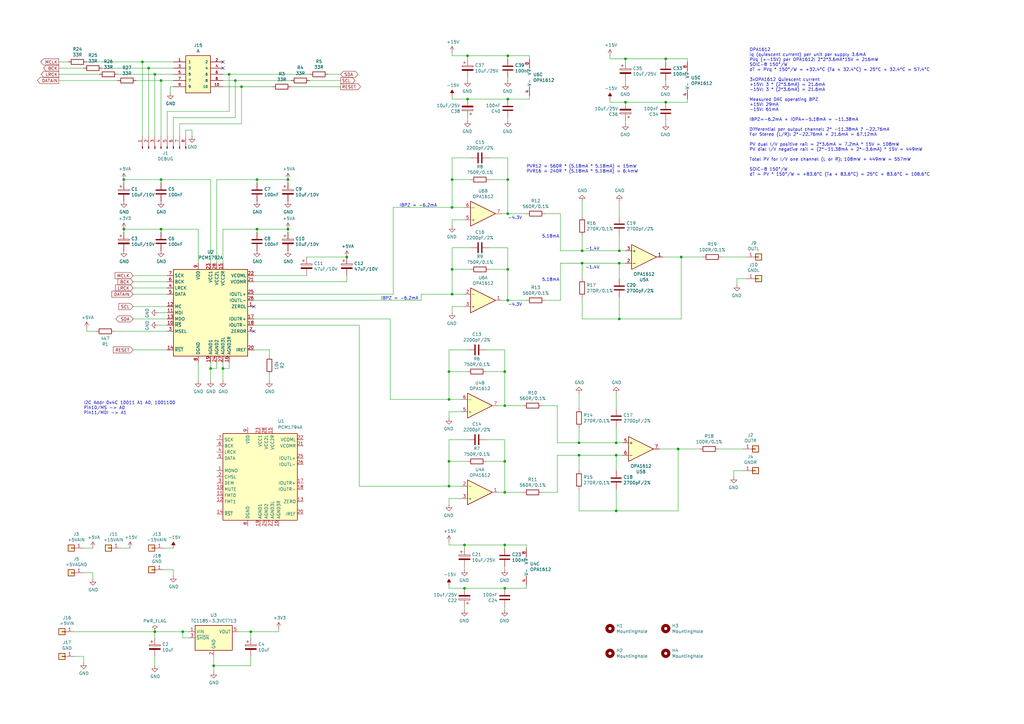
<source format=kicad_sch>
(kicad_sch (version 20231120) (generator "eeschema") (generator_version "8.0")
  (paper "A3")
  (title_block (title "DAC PCM1792A") (date "2021-06-15") (rev "V2"))
  (junction (at 96.52 33.02))
  (junction (at 273.05 24.13))
  (junction (at 60.96 27.94))
  (junction (at 238.76 107.95))
  (junction (at 256.54 41.91))
  (junction (at 185.42 85.09))
  (junction (at 191.77 22.86))
  (junction (at 184.15 199.39))
  (junction (at 66.04 73.66))
  (junction (at 207.01 152.4))
  (junction (at 63.5 259.08))
  (junction (at 252.73 209.55))
  (junction (at 273.05 41.91))
  (junction (at 191.77 40.64))
  (junction (at 190.5 223.52))
  (junction (at 208.28 123.19))
  (junction (at 190.5 241.3))
  (junction (at 207.01 241.3))
  (junction (at 66.04 93.98))
  (junction (at 208.28 110.49))
  (junction (at 184.15 163.83))
  (junction (at 50.8 93.98))
  (junction (at 50.8 73.66))
  (junction (at 74.93 259.08))
  (junction (at 207.01 201.93))
  (junction (at 254 130.81))
  (junction (at 207.01 189.23))
  (junction (at 118.11 93.98))
  (junction (at 256.54 24.13))
  (junction (at 63.5 30.48))
  (junction (at 208.28 40.64))
  (junction (at 278.13 184.15))
  (junction (at 252.73 186.69))
  (junction (at 185.42 120.65))
  (junction (at 254 107.95))
  (junction (at 279.4 105.41))
  (junction (at 185.42 73.66))
  (junction (at 86.36 151.13))
  (junction (at 58.42 25.4))
  (junction (at 184.15 152.4))
  (junction (at 208.28 87.63))
  (junction (at 66.04 33.02))
  (junction (at 237.49 181.61))
  (junction (at 185.42 110.49))
  (junction (at 142.24 105.41))
  (junction (at 237.49 186.69))
  (junction (at 93.98 30.48))
  (junction (at 184.15 189.23))
  (junction (at 87.63 273.05))
  (junction (at 207.01 223.52))
  (junction (at 91.44 151.13))
  (junction (at 208.28 73.66))
  (junction (at 208.28 22.86))
  (junction (at 252.73 181.61))
  (junction (at 99.06 35.56))
  (junction (at 118.11 73.66))
  (junction (at 105.41 93.98))
  (junction (at 105.41 73.66))
  (junction (at 102.87 259.08))
  (junction (at 238.76 102.87))
  (junction (at 254 102.87))
  (junction (at 207.01 166.37))
  (no_connect (at 91.44 27.94))
  (no_connect (at 104.14 125.73))
  (no_connect (at 104.14 135.89))
  (no_connect (at 91.44 25.4))
  (wire (pts (xy 191.77 143.51) (xy 184.15 143.51)))
  (wire (pts (xy 229.87 123.19) (xy 229.87 107.95)))
  (wire (pts (xy 74.93 261.62) (xy 74.93 259.08)))
  (wire (pts (xy 184.15 180.34) (xy 184.15 189.23)))
  (wire (pts (xy 184.15 152.4) (xy 191.77 152.4)))
  (wire (pts (xy 74.93 259.08) (xy 77.47 259.08)))
  (wire (pts (xy 229.87 107.95) (xy 238.76 107.95)))
  (wire (pts (xy 295.91 105.41) (xy 306.07 105.41)))
  (wire (pts (xy 185.42 125.73) (xy 185.42 128.27)))
  (wire (pts (xy 214.63 201.93) (xy 207.01 201.93)))
  (wire (pts (xy 228.6 181.61) (xy 237.49 181.61)))
  (wire (pts (xy 105.41 93.98) (xy 118.11 93.98)))
  (wire (pts (xy 91.44 107.95) (xy 91.44 93.98)))
  (wire (pts (xy 207.01 223.52) (xy 207.01 224.79)))
  (wire (pts (xy 238.76 121.92) (xy 238.76 130.81)))
  (wire (pts (xy 215.9 240.03) (xy 215.9 241.3)))
  (wire (pts (xy 238.76 107.95) (xy 238.76 114.3)))
  (wire (pts (xy 172.72 123.19) (xy 172.72 120.65)))
  (wire (pts (xy 184.15 189.23) (xy 184.15 199.39)))
  (wire (pts (xy 54.61 113.03) (xy 68.58 113.03)))
  (wire (pts (xy 50.8 93.98) (xy 50.8 95.25)))
  (wire (pts (xy 254 107.95) (xy 256.54 107.95)))
  (wire (pts (xy 160.02 163.83) (xy 184.15 163.83)))
  (wire (pts (xy 208.28 33.02) (xy 208.28 31.75)))
  (wire (pts (xy 294.64 184.15) (xy 304.8 184.15)))
  (wire (pts (xy 66.04 74.93) (xy 66.04 73.66)))
  (wire (pts (xy 66.04 93.98) (xy 50.8 93.98)))
  (wire (pts (xy 208.28 64.77) (xy 200.66 64.77)))
  (wire (pts (xy 48.26 30.48) (xy 63.5 30.48)))
  (wire (pts (xy 76.2 53.34) (xy 76.2 55.88)))
  (wire (pts (xy 54.61 115.57) (xy 68.58 115.57)))
  (wire (pts (xy 184.15 241.3) (xy 184.15 240.03)))
  (wire (pts (xy 208.28 73.66) (xy 208.28 87.63)))
  (wire (pts (xy 54.61 118.11) (xy 68.58 118.11)))
  (wire (pts (xy 250.19 41.91) (xy 250.19 40.64)))
  (wire (pts (xy 63.5 55.88) (xy 63.5 30.48)))
  (wire (pts (xy 207.01 143.51) (xy 199.39 143.51)))
  (wire (pts (xy 189.23 204.47) (xy 184.15 204.47)))
  (wire (pts (xy 190.5 90.17) (xy 185.42 90.17)))
  (wire (pts (xy 199.39 189.23) (xy 207.01 189.23)))
  (wire (pts (xy 104.14 130.81) (xy 160.02 130.81)))
  (wire (pts (xy 252.73 193.04) (xy 252.73 186.69)))
  (wire (pts (xy 278.13 184.15) (xy 278.13 209.55)))
  (wire (pts (xy 185.42 85.09) (xy 185.42 73.66)))
  (wire (pts (xy 190.5 250.19) (xy 190.5 248.92)))
  (wire (pts (xy 302.26 114.3) (xy 306.07 114.3)))
  (wire (pts (xy 184.15 223.52) (xy 184.15 222.25)))
  (wire (pts (xy 281.94 41.91) (xy 273.05 41.91)))
  (wire (pts (xy 238.76 102.87) (xy 238.76 96.52)))
  (wire (pts (xy 88.9 73.66) (xy 105.41 73.66)))
  (wire (pts (xy 114.3 259.08) (xy 114.3 257.81)))
  (wire (pts (xy 71.12 35.56) (xy 69.85 35.56)))
  (wire (pts (xy 71.12 236.22) (xy 71.12 233.68)))
  (wire (pts (xy 91.44 156.21) (xy 91.44 151.13)))
  (wire (pts (xy 66.04 55.88) (xy 66.04 33.02)))
  (wire (pts (xy 237.49 167.64) (xy 237.49 161.29)))
  (wire (pts (xy 91.44 30.48) (xy 93.98 30.48)))
  (wire (pts (xy 300.99 195.58) (xy 300.99 193.04)))
  (wire (pts (xy 273.05 24.13) (xy 273.05 25.4)))
  (wire (pts (xy 191.77 33.02) (xy 191.77 31.75)))
  (wire (pts (xy 54.61 143.51) (xy 68.58 143.51)))
  (wire (pts (xy 223.52 87.63) (xy 229.87 87.63)))
  (wire (pts (xy 208.28 87.63) (xy 205.74 87.63)))
  (wire (pts (xy 81.28 107.95) (xy 81.28 93.98)))
  (wire (pts (xy 214.63 166.37) (xy 207.01 166.37)))
  (wire (pts (xy 142.24 115.57) (xy 142.24 113.03)))
  (wire (pts (xy 252.73 175.26) (xy 252.73 181.61)))
  (wire (pts (xy 104.14 120.65) (xy 161.29 120.65)))
  (wire (pts (xy 190.5 223.52) (xy 190.5 224.79)))
  (wire (pts (xy 215.9 223.52) (xy 207.01 223.52)))
  (wire (pts (xy 237.49 200.66) (xy 237.49 209.55)))
  (wire (pts (xy 229.87 87.63) (xy 229.87 102.87)))
  (wire (pts (xy 185.42 101.6) (xy 185.42 110.49)))
  (wire (pts (xy 237.49 186.69) (xy 252.73 186.69)))
  (wire (pts (xy 256.54 41.91) (xy 250.19 41.91)))
  (wire (pts (xy 217.17 22.86) (xy 208.28 22.86)))
  (wire (pts (xy 60.96 27.94) (xy 71.12 27.94)))
  (wire (pts (xy 87.63 275.59) (xy 87.63 273.05)))
  (wire (pts (xy 64.77 133.35) (xy 68.58 133.35)))
  (wire (pts (xy 77.47 261.62) (xy 74.93 261.62)))
  (wire (pts (xy 207.01 201.93) (xy 204.47 201.93)))
  (wire (pts (xy 207.01 180.34) (xy 199.39 180.34)))
  (wire (pts (xy 252.73 167.64) (xy 252.73 161.29)))
  (wire (pts (xy 223.52 123.19) (xy 229.87 123.19)))
  (wire (pts (xy 34.29 271.78) (xy 34.29 269.24)))
  (wire (pts (xy 63.5 259.08) (xy 74.93 259.08)))
  (wire (pts (xy 102.87 273.05) (xy 102.87 269.24)))
  (wire (pts (xy 256.54 102.87) (xy 254 102.87)))
  (wire (pts (xy 207.01 233.68) (xy 207.01 232.41)))
  (wire (pts (xy 184.15 143.51) (xy 184.15 152.4)))
  (wire (pts (xy 58.42 55.88) (xy 58.42 25.4)))
  (wire (pts (xy 73.66 55.88) (xy 73.66 50.8)))
  (wire (pts (xy 99.06 50.8) (xy 99.06 35.56)))
  (wire (pts (xy 254 102.87) (xy 238.76 102.87)))
  (wire (pts (xy 50.8 73.66) (xy 50.8 74.93)))
  (wire (pts (xy 207.01 166.37) (xy 204.47 166.37)))
  (wire (pts (xy 193.04 64.77) (xy 185.42 64.77)))
  (wire (pts (xy 93.98 30.48) (xy 127 30.48)))
  (wire (pts (xy 139.7 33.02) (xy 127 33.02)))
  (wire (pts (xy 184.15 204.47) (xy 184.15 207.01)))
  (wire (pts (xy 184.15 199.39) (xy 147.32 199.39)))
  (wire (pts (xy 110.49 146.05) (xy 110.49 143.51)))
  (wire (pts (xy 24.13 27.94) (xy 34.29 27.94)))
  (wire (pts (xy 55.88 33.02) (xy 66.04 33.02)))
  (wire (pts (xy 222.25 166.37) (xy 228.6 166.37)))
  (wire (pts (xy 302.26 116.84) (xy 302.26 114.3)))
  (wire (pts (xy 64.77 128.27) (xy 68.58 128.27)))
  (wire (pts (xy 86.36 151.13) (xy 86.36 148.59)))
  (wire (pts (xy 41.91 27.94) (xy 60.96 27.94)))
  (wire (pts (xy 185.42 64.77) (xy 185.42 73.66)))
  (wire (pts (xy 91.44 151.13) (xy 93.98 151.13)))
  (wire (pts (xy 105.41 73.66) (xy 118.11 73.66)))
  (wire (pts (xy 193.04 101.6) (xy 185.42 101.6)))
  (wire (pts (xy 208.28 110.49) (xy 208.28 123.19)))
  (wire (pts (xy 191.77 22.86) (xy 185.42 22.86)))
  (wire (pts (xy 66.04 73.66) (xy 86.36 73.66)))
  (wire (pts (xy 189.23 168.91) (xy 184.15 168.91)))
  (wire (pts (xy 215.9 241.3) (xy 207.01 241.3)))
  (wire (pts (xy 215.9 224.79) (xy 215.9 223.52)))
  (wire (pts (xy 279.4 105.41) (xy 288.29 105.41)))
  (wire (pts (xy 271.78 105.41) (xy 279.4 105.41)))
  (wire (pts (xy 254 96.52) (xy 254 102.87)))
  (wire (pts (xy 200.66 73.66) (xy 208.28 73.66)))
  (wire (pts (xy 71.12 48.26) (xy 96.52 48.26)))
  (wire (pts (xy 279.4 105.41) (xy 279.4 130.81)))
  (wire (pts (xy 238.76 88.9) (xy 238.76 82.55)))
  (wire (pts (xy 118.11 93.98) (xy 118.11 95.25)))
  (wire (pts (xy 91.44 151.13) (xy 91.44 148.59)))
  (wire (pts (xy 71.12 48.26) (xy 71.12 55.88)))
  (wire (pts (xy 191.77 180.34) (xy 184.15 180.34)))
  (wire (pts (xy 185.42 73.66) (xy 193.04 73.66)))
  (wire (pts (xy 300.99 193.04) (xy 304.8 193.04)))
  (wire (pts (xy 273.05 50.8) (xy 273.05 49.53)))
  (wire (pts (xy 229.87 102.87) (xy 238.76 102.87)))
  (wire (pts (xy 39.37 135.89) (xy 35.56 135.89)))
  (wire (pts (xy 208.28 73.66) (xy 208.28 64.77)))
  (wire (pts (xy 81.28 93.98) (xy 66.04 93.98)))
  (wire (pts (xy 185.42 22.86) (xy 185.42 21.59)))
  (wire (pts (xy 38.1 237.49) (xy 38.1 234.95)))
  (wire (pts (xy 208.28 40.64) (xy 191.77 40.64)))
  (wire (pts (xy 185.42 110.49) (xy 185.42 120.65)))
  (wire (pts (xy 252.73 181.61) (xy 237.49 181.61)))
  (wire (pts (xy 91.44 93.98) (xy 105.41 93.98)))
  (wire (pts (xy 217.17 40.64) (xy 208.28 40.64)))
  (wire (pts (xy 193.04 110.49) (xy 185.42 110.49)))
  (wire (pts (xy 207.01 189.23) (xy 207.01 180.34)))
  (wire (pts (xy 190.5 241.3) (xy 184.15 241.3)))
  (wire (pts (xy 281.94 24.13) (xy 273.05 24.13)))
  (wire (pts (xy 185.42 90.17) (xy 185.42 92.71)))
  (wire (pts (xy 237.49 209.55) (xy 252.73 209.55)))
  (wire (pts (xy 38.1 224.79) (xy 34.29 224.79)))
  (wire (pts (xy 60.96 55.88) (xy 60.96 27.94)))
  (wire (pts (xy 66.04 33.02) (xy 71.12 33.02)))
  (wire (pts (xy 199.39 152.4) (xy 207.01 152.4)))
  (wire (pts (xy 86.36 151.13) (xy 88.9 151.13)))
  (wire (pts (xy 105.41 73.66) (xy 105.41 74.93)))
  (wire (pts (xy 184.15 168.91) (xy 184.15 171.45)))
  (wire (pts (xy 185.42 120.65) (xy 190.5 120.65)))
  (wire (pts (xy 35.56 25.4) (xy 58.42 25.4)))
  (wire (pts (xy 207.01 189.23) (xy 207.01 201.93)))
  (wire (pts (xy 139.7 35.56) (xy 119.38 35.56)))
  (wire (pts (xy 104.14 115.57) (xy 142.24 115.57)))
  (wire (pts (xy 68.58 130.81) (xy 54.61 130.81)))
  (wire (pts (xy 66.04 95.25) (xy 66.04 93.98)))
  (wire (pts (xy 190.5 125.73) (xy 185.42 125.73)))
  (wire (pts (xy 99.06 35.56) (xy 111.76 35.56)))
  (wire (pts (xy 237.49 186.69) (xy 237.49 193.04)))
  (wire (pts (xy 190.5 223.52) (xy 184.15 223.52)))
  (wire (pts (xy 63.5 261.62) (xy 63.5 259.08)))
  (wire (pts (xy 190.5 233.68) (xy 190.5 232.41)))
  (wire (pts (xy 191.77 49.53) (xy 191.77 48.26)))
  (wire (pts (xy 71.12 233.68) (xy 67.31 233.68)))
  (wire (pts (xy 34.29 269.24) (xy 30.48 269.24)))
  (wire (pts (xy 190.5 85.09) (xy 185.42 85.09)))
  (wire (pts (xy 217.17 39.37) (xy 217.17 40.64)))
  (wire (pts (xy 118.11 73.66) (xy 118.11 74.93)))
  (wire (pts (xy 207.01 250.19) (xy 207.01 248.92)))
  (wire (pts (xy 104.14 123.19) (xy 172.72 123.19)))
  (wire (pts (xy 24.13 33.02) (xy 48.26 33.02)))
  (wire (pts (xy 91.44 33.02) (xy 96.52 33.02)))
  (wire (pts (xy 91.44 35.56) (xy 99.06 35.56)))
  (wire (pts (xy 191.77 22.86) (xy 191.77 24.13)))
  (wire (pts (xy 270.51 184.15) (xy 278.13 184.15)))
  (wire (pts (xy 81.28 156.21) (xy 81.28 148.59)))
  (wire (pts (xy 278.13 209.55) (xy 252.73 209.55)))
  (wire (pts (xy 63.5 30.48) (xy 71.12 30.48)))
  (wire (pts (xy 279.4 130.81) (xy 254 130.81)))
  (wire (pts (xy 278.13 184.15) (xy 287.02 184.15)))
  (wire (pts (xy 256.54 24.13) (xy 250.19 24.13)))
  (wire (pts (xy 68.58 45.72) (xy 68.58 55.88)))
  (wire (pts (xy 78.74 53.34) (xy 76.2 53.34)))
  (wire (pts (xy 184.15 163.83) (xy 184.15 152.4)))
  (wire (pts (xy 228.6 201.93) (xy 228.6 186.69)))
  (wire (pts (xy 86.36 156.21) (xy 86.36 151.13)))
  (wire (pts (xy 172.72 120.65) (xy 185.42 120.65)))
  (wire (pts (xy 256.54 34.29) (xy 256.54 33.02)))
  (wire (pts (xy 215.9 123.19) (xy 208.28 123.19)))
  (wire (pts (xy 273.05 34.29) (xy 273.05 33.02)))
  (wire (pts (xy 207.01 152.4) (xy 207.01 143.51)))
  (wire (pts (xy 27.94 25.4) (xy 24.13 25.4)))
  (wire (pts (xy 208.28 123.19) (xy 205.74 123.19)))
  (wire (pts (xy 147.32 133.35) (xy 104.14 133.35)))
  (wire (pts (xy 208.28 49.53) (xy 208.28 48.26)))
  (wire (pts (xy 256.54 50.8) (xy 256.54 49.53)))
  (wire (pts (xy 63.5 273.05) (xy 63.5 269.24)))
  (wire (pts (xy 254 130.81) (xy 254 121.92)))
  (wire (pts (xy 54.61 125.73) (xy 68.58 125.73)))
  (wire (pts (xy 93.98 151.13) (xy 93.98 148.59)))
  (wire (pts (xy 237.49 181.61) (xy 237.49 175.26)))
  (wire (pts (xy 273.05 41.91) (xy 256.54 41.91)))
  (wire (pts (xy 73.66 50.8) (xy 99.06 50.8)))
  (wire (pts (xy 160.02 130.81) (xy 160.02 163.83)))
  (wire (pts (xy 110.49 156.21) (xy 110.49 153.67)))
  (wire (pts (xy 68.58 45.72) (xy 93.98 45.72)))
  (wire (pts (xy 255.27 181.61) (xy 252.73 181.61)))
  (wire (pts (xy 69.85 35.56) (xy 69.85 38.1)))
  (wire (pts (xy 281.94 25.4) (xy 281.94 24.13)))
  (wire (pts (xy 215.9 87.63) (xy 208.28 87.63)))
  (wire (pts (xy 88.9 151.13) (xy 88.9 148.59)))
  (wire (pts (xy 78.74 55.88) (xy 78.74 53.34)))
  (wire (pts (xy 71.12 224.79) (xy 67.31 224.79)))
  (wire (pts (xy 207.01 241.3) (xy 190.5 241.3)))
  (wire (pts (xy 102.87 261.62) (xy 102.87 259.08)))
  (wire (pts (xy 252.73 209.55) (xy 252.73 200.66)))
  (wire (pts (xy 88.9 107.95) (xy 88.9 73.66)))
  (wire (pts (xy 97.79 259.08) (xy 102.87 259.08)))
  (wire (pts (xy 87.63 273.05) (xy 102.87 273.05)))
  (wire (pts (xy 87.63 273.05) (xy 87.63 269.24)))
  (wire (pts (xy 191.77 40.64) (xy 185.42 40.64)))
  (wire (pts (xy 217.17 24.13) (xy 217.17 22.86)))
  (wire (pts (xy 208.28 110.49) (xy 208.28 101.6)))
  (wire (pts (xy 54.61 120.65) (xy 68.58 120.65)))
  (wire (pts (xy 24.13 30.48) (xy 40.64 30.48)))
  (wire (pts (xy 102.87 259.08) (xy 114.3 259.08)))
  (wire (pts (xy 208.28 22.86) (xy 208.28 24.13)))
  (wire (pts (xy 273.05 24.13) (xy 256.54 24.13)))
  (wire (pts (xy 238.76 107.95) (xy 254 107.95)))
  (wire (pts (xy 96.52 33.02) (xy 119.38 33.02)))
  (wire (pts (xy 66.04 73.66) (xy 50.8 73.66)))
  (wire (pts (xy 105.41 93.98) (xy 105.41 95.25)))
  (wire (pts (xy 189.23 163.83) (xy 184.15 163.83)))
  (wire (pts (xy 207.01 152.4) (xy 207.01 166.37)))
  (wire (pts (xy 58.42 25.4) (xy 71.12 25.4)))
  (wire (pts (xy 139.7 30.48) (xy 134.62 30.48)))
  (wire (pts (xy 252.73 186.69) (xy 255.27 186.69)))
  (wire (pts (xy 35.56 135.89) (xy 35.56 134.62)))
  (wire (pts (xy 46.99 135.89) (xy 68.58 135.89)))
  (wire (pts (xy 222.25 201.93) (xy 228.6 201.93)))
  (wire (pts (xy 200.66 110.49) (xy 208.28 110.49)))
  (wire (pts (xy 228.6 166.37) (xy 228.6 181.61)))
  (wire (pts (xy 254 88.9) (xy 254 82.55)))
  (wire (pts (xy 30.48 259.08) (xy 63.5 259.08)))
  (wire (pts (xy 256.54 24.13) (xy 256.54 25.4)))
  (wire (pts (xy 96.52 48.26) (xy 96.52 33.02)))
  (wire (pts (xy 191.77 189.23) (xy 184.15 189.23)))
  (wire (pts (xy 161.29 85.09) (xy 185.42 85.09)))
  (wire (pts (xy 161.29 120.65) (xy 161.29 85.09)))
  (wire (pts (xy 185.42 40.64) (xy 185.42 39.37)))
  (wire (pts (xy 125.73 105.41) (xy 142.24 105.41)))
  (wire (pts (xy 147.32 199.39) (xy 147.32 133.35)))
  (wire (pts (xy 250.19 24.13) (xy 250.19 22.86)))
  (wire (pts (xy 184.15 199.39) (xy 189.23 199.39)))
  (wire (pts (xy 207.01 223.52) (xy 190.5 223.52)))
  (wire (pts (xy 208.28 22.86) (xy 191.77 22.86)))
  (wire (pts (xy 208.28 101.6) (xy 200.66 101.6)))
  (wire (pts (xy 38.1 234.95) (xy 34.29 234.95)))
  (wire (pts (xy 93.98 45.72) (xy 93.98 30.48)))
  (wire (pts (xy 125.73 113.03) (xy 104.14 113.03)))
  (wire (pts (xy 254 114.3) (xy 254 107.95)))
  (wire (pts (xy 238.76 130.81) (xy 254 130.81)))
  (wire (pts (xy 281.94 40.64) (xy 281.94 41.91)))
  (wire (pts (xy 53.34 224.79) (xy 49.53 224.79)))
  (wire (pts (xy 86.36 107.95) (xy 86.36 73.66)))
  (wire (pts (xy 228.6 186.69) (xy 237.49 186.69)))
  (wire (pts (xy 110.49 143.51) (xy 104.14 143.51)))
  (text "IBPZ = -6.2mA" (at 163.83 85.09 0) (effects (font (size 1.27 1.27)) (justify left bottom)))
  (text "-1.4V" (at 240.03 110.49 0) (effects (font (size 1.27 1.27)) (justify left bottom)))
  (text "PVR12 = 560R * (5.18mA * 5.18mA) = 15mW\nPVR16 = 240R * (5.18mA * 5.18mA) = 6.4mW\n" (at 215.9 71.12 0) (effects (font (size 1.27 1.27)) (justify left bottom)))
  (text "-4.3V" (at 208.28 125.73 0) (effects (font (size 1.27 1.27)) (justify left bottom)))
  (text "I2C Addr 0x4C 10011 A1 A0, 1001100\nPin10/MS -> A0\nPin11/MDI -> A1" (at 34.29 170.18 0) (effects (font (size 1.27 1.27)) (justify left bottom)))
  (text "OPA1612\nIq (quiescent current) per unit per supply 3.6mA\nPVq (+-15V) per OPA1612: 2*2*3.6mA*15V = 216mW\nSOIC-8 150°/W\ndT = PVq * 150°/W = +32.4°C (Ta + 32.4°C) = 25°C + 32.4°C = 57.4°C\n\n3xOPA1612 Quiescent current\n+15V: 3 * (2*3.6mA) = 21.6mA\n-15V: 3 * (2*3.6mA) = 21.6mA\n\nMeasured DAC operating BPZ\n+15V: 29mA\n-15V: 61mA\n\nIBPZ=-6.2mA + IOPA=-5.18mA = -11.38mA\n\nDifferential per output channel: 2* -11.38mA ? -22.76mA\nFor Stereo (L/R): 2*-22.76mA + 21.6mA = 67.12mA\n\nPV dual I/V positive rail = 2*3.6mA = 7.2mA * 15V = 108mW\nPV dial I/V negative rail = (2*-11.38mA + 2*-3.6mA) * 15V = 449mW\n\nTotal PV for I/V one channel (L or R): 108mW + 449mW = 557mW\n\nSOIC-8 150°/W\ndT = PV * 150°/W = +83.6°C (Ta + 83.6°C) = 25°C + 83.6°C = 108.6°C" (at 307.34 72.39 0) (effects (font (size 1.27 1.27)) (justify left bottom)))
  (text "5.18mA" (at 222.25 97.79 0) (effects (font (size 1.27 1.27)) (justify left bottom)))
  (text "5.18mA" (at 222.25 115.57 0) (effects (font (size 1.27 1.27)) (justify left bottom)))
  (text "-1.4V" (at 240.03 102.87 0) (effects (font (size 1.27 1.27)) (justify left bottom)))
  (text "IBPZ = -6.2mA" (at 156.21 123.19 0) (effects (font (size 1.27 1.27)) (justify left bottom)))
  (text "-4.3V" (at 208.28 90.17 0) (effects (font (size 1.27 1.27)) (justify left bottom)))
  (global_label "DATAIN" (shape output) (at 24.13 33.02 180) (property "Intersheetrefs" "${INTERSHEET_REFS}" (effects (hide yes))))
  (global_label "SDA" (shape bidirectional) (at 139.7 30.48 0) (property "Intersheetrefs" "${INTERSHEET_REFS}" (effects (hide yes))))
  (global_label "SCL" (shape output) (at 139.7 33.02 0) (property "Intersheetrefs" "${INTERSHEET_REFS}" (effects (hide yes))))
  (global_label "DATAIN" (shape input) (at 54.61 120.65 180) (property "Intersheetrefs" "${INTERSHEET_REFS}" (effects (hide yes))))
  (global_label "LRCK" (shape input) (at 54.61 118.11 180) (property "Intersheetrefs" "${INTERSHEET_REFS}" (effects (hide yes))))
  (global_label "SDA" (shape bidirectional) (at 54.61 130.81 180) (property "Intersheetrefs" "${INTERSHEET_REFS}" (effects (hide yes))))
  (global_label "RESET" (shape output) (at 139.7 35.56 0) (property "Intersheetrefs" "${INTERSHEET_REFS}" (effects (hide yes))))
  (global_label "BCK" (shape input) (at 54.61 115.57 180) (property "Intersheetrefs" "${INTERSHEET_REFS}" (effects (hide yes))))
  (global_label "SCL" (shape input) (at 54.61 125.73 180) (property "Intersheetrefs" "${INTERSHEET_REFS}" (effects (hide yes))))
  (global_label "BCK" (shape output) (at 24.13 27.94 180) (property "Intersheetrefs" "${INTERSHEET_REFS}" (effects (hide yes))))
  (global_label "MCLK" (shape output) (at 24.13 25.4 180) (property "Intersheetrefs" "${INTERSHEET_REFS}" (effects (hide yes))))
  (global_label "RESET" (shape input) (at 54.61 143.51 180) (property "Intersheetrefs" "${INTERSHEET_REFS}" (effects (hide yes))))
  (global_label "MCLK" (shape input) (at 54.61 113.03 180) (property "Intersheetrefs" "${INTERSHEET_REFS}" (effects (hide yes))))
  (global_label "LRCK" (shape output) (at 24.13 30.48 180) (property "Intersheetrefs" "${INTERSHEET_REFS}" (effects (hide yes))))
  (symbol (lib_id "Mechanical:MountingHole") (at 250.19 257.81 0) (unit 1)
    (property "Reference" "H1" (at 252.73 256.6416 0) (effects (justify left)))
    (property "Value" "MountingHole" (at 252.73 258.953 0) (effects (justify left)))
    (property "Footprint" "MountingHole:MountingHole_3.2mm_M3" (effects (hide yes)))
  )
  (symbol (lib_id "Mechanical:MountingHole") (at 273.05 257.81 0) (unit 1)
    (property "Reference" "H3" (at 275.59 256.6416 0) (effects (justify left)))
    (property "Value" "MountingHole" (at 275.59 258.953 0) (effects (justify left)))
    (property "Footprint" "MountingHole:MountingHole_3.2mm_M3" (effects (hide yes)))
  )
  (symbol (lib_id "Mechanical:MountingHole") (at 250.19 267.97 0) (unit 1)
    (property "Reference" "H2" (at 252.73 266.8016 0) (effects (justify left)))
    (property "Value" "MountingHole" (at 252.73 269.113 0) (effects (justify left)))
    (property "Footprint" "MountingHole:MountingHole_3.2mm_M3" (effects (hide yes)))
  )
  (symbol (lib_id "Mechanical:MountingHole") (at 273.05 267.97 0) (unit 1)
    (property "Reference" "H4" (at 275.59 266.8016 0) (effects (justify left)))
    (property "Value" "MountingHole" (at 275.59 269.113 0) (effects (justify left)))
    (property "Footprint" "MountingHole:MountingHole_3.2mm_M3" (effects (hide yes)))
  )
  (symbol (lib_id "dac-pcm1794a-rescue:PWR_FLAG-power") (at 63.5 259.08 0) (unit 1)
    (property "Reference" "#FLG0102" (effects (hide yes)))
    (property "Value" "PWR_FLAG" (at 63.5 254.6858 0))
  )
  (symbol (lib_id "Regulator_Linear:TC1017-xCT") (at 87.63 261.62 0) (unit 1)
    (property "Reference" "U3" (at 87.63 252.2982 0))
    (property "Value" "TC1185-3.3VCT713" (at 87.63 254.6096 0))
    (property "Footprint" "Package_TO_SOT_SMD:SOT-23-5" (effects (hide yes)))
    (property "Datasheet" "http://ww1.microchip.com/downloads/en/DeviceDoc/21813F.pdf" (effects (hide yes)))
  )
  (symbol (lib_id "dac-pcm1794a-rescue:CP-Device") (at 63.5 265.43 0) (unit 1)
    (property "Reference" "C2" (at 66.4972 264.2616 0) (effects (justify left)))
    (property "Value" "10uF" (at 66.4972 266.573 0) (effects (justify left)))
    (property "Footprint" "Capacitor_SMD:C_0805_2012Metric_Pad1.18x1.45mm_HandSolder" (effects (hide yes)))
  )
  (symbol (lib_id "dac-pcm1794a-rescue:CP-Device") (at 102.87 265.43 0) (unit 1)
    (property "Reference" "C4" (at 105.8672 264.2616 0) (effects (justify left)))
    (property "Value" "10uF" (at 105.8672 266.573 0) (effects (justify left)))
    (property "Footprint" "Capacitor_SMD:C_0805_2012Metric_Pad1.18x1.45mm_HandSolder" (effects (hide yes)))
  )
  (symbol (lib_id "dac-pcm1794a-rescue:GND-power") (at 87.63 275.59 0) (unit 1)
    (property "Reference" "#PWR0102" (effects (hide yes)))
    (property "Value" "GND" (at 87.757 279.9842 0))
  )
  (symbol (lib_id "dac-pcm1794a-rescue:CP-Device") (at 256.54 29.21 0) (unit 1)
    (property "Reference" "C35" (at 259.5372 28.0416 0) (effects (justify left)))
    (property "Value" "10uF/25V" (at 259.5372 30.353 0) (effects (justify left)))
    (property "Footprint" "Capacitor_Tantalum_SMD:CP_EIA-3528-21_Kemet-B_Pad1.50x2.35mm_HandSolder" (effects (hide yes)))
    (property "Datasheet" "https://www.digikey.ch/product-detail/de/TCJB106M025R0100/478-8057-1-ND/3900673" (effects (hide yes)))
  )
  (symbol (lib_id "dac-pcm1794a-rescue:CP-Device") (at 256.54 45.72 180) (unit 1)
    (property "Reference" "C36" (at 253.5428 46.8884 0) (effects (justify left)))
    (property "Value" "10uF/25V" (at 253.5428 44.577 0) (effects (justify left)))
    (property "Footprint" "Capacitor_Tantalum_SMD:CP_EIA-3528-21_Kemet-B_Pad1.50x2.35mm_HandSolder" (effects (hide yes)))
  )
  (symbol (lib_id "Device:C") (at 273.05 29.21 0) (unit 1)
    (property "Reference" "C33" (at 275.971 28.0416 0) (effects (justify left)))
    (property "Value" "100nF" (at 275.971 30.353 0) (effects (justify left)))
    (property "Footprint" "Capacitor_SMD:C_0603_1608Metric_Pad1.08x0.95mm_HandSolder" (effects (hide yes)))
  )
  (symbol (lib_id "Device:C") (at 273.05 45.72 180) (unit 1)
    (property "Reference" "C34" (at 270.129 46.8884 0) (effects (justify left)))
    (property "Value" "100nF" (at 270.129 44.577 0) (effects (justify left)))
    (property "Footprint" "Capacitor_SMD:C_0603_1608Metric_Pad1.08x0.95mm_HandSolder" (effects (hide yes)))
  )
  (symbol (lib_id "Amplifier_Operational:OPA1678") (at 284.48 33.02 0) (unit 3)
    (property "Reference" "U5" (at 283.4132 31.8516 0) (effects (justify left)))
    (property "Value" "OPA1612" (at 283.4132 34.163 0) (effects (justify left)))
    (property "Footprint" "Package_SO:SOIC-8_3.9x4.9mm_P1.27mm" (effects (hide yes)))
    (property "Datasheet" "http://www.ti.com/lit/ds/symlink/opa1678.pdf" (effects (hide yes)))
  )
  (symbol (lib_id "dac-pcm1794a-rescue:+3.3V-power") (at 114.3 257.81 0) (unit 1)
    (property "Reference" "#PWR0105" (effects (hide yes)))
    (property "Value" "+3V3" (at 114.681 253.4158 0))
  )
  (symbol (lib_id "dac-pcm1794a-rescue:GND-power") (at 63.5 273.05 0) (unit 1)
    (property "Reference" "#PWR0101" (effects (hide yes)))
    (property "Value" "GND" (at 63.627 277.4442 0))
  )
  (symbol (lib_id "Connector_Generic:Conn_01x01") (at 29.21 224.79 180) (unit 1)
    (property "Reference" "J3" (at 31.2928 219.075 0))
    (property "Value" "+5VAIN" (at 31.2928 221.3864 0))
    (property "Footprint" "Connector_Pin:Pin_D1.0mm_L10.0mm" (effects (hide yes)))
  )
  (symbol (lib_id "dac-pcm1794a-rescue:+5VA-power") (at 38.1 224.79 0) (unit 1)
    (property "Reference" "#PWR0137" (effects (hide yes)))
    (property "Value" "+5VA" (at 38.481 220.3958 0))
  )
  (symbol (lib_id "Connector_Generic:Conn_01x01") (at 44.45 224.79 180) (unit 1)
    (property "Reference" "J11" (at 46.5328 219.075 0))
    (property "Value" "+15VAIN" (at 46.5328 221.3864 0))
    (property "Footprint" "Connector_Pin:Pin_D1.0mm_L10.0mm" (effects (hide yes)))
  )
  (symbol (lib_id "Connector_Generic:Conn_01x01") (at 62.23 224.79 180) (unit 1)
    (property "Reference" "J13" (at 64.3128 219.075 0))
    (property "Value" "-15VAIN" (at 64.3128 221.3864 0))
    (property "Footprint" "Connector_Pin:Pin_D1.0mm_L10.0mm" (effects (hide yes)))
  )
  (symbol (lib_id "Connector_Generic:Conn_01x01") (at 62.23 233.68 180) (unit 1)
    (property "Reference" "J18" (at 64.3128 227.965 0))
    (property "Value" "GND" (at 64.3128 230.2764 0))
    (property "Footprint" "Connector_Pin:Pin_D1.0mm_L10.0mm" (effects (hide yes)))
  )
  (symbol (lib_id "dac-pcm1794a-rescue:GND-power") (at 71.12 236.22 0) (unit 1)
    (property "Reference" "#PWR0139" (effects (hide yes)))
    (property "Value" "GND" (at 71.247 240.6142 0))
  )
  (symbol (lib_id "dac-pcm1794a-rescue:+15V-power") (at 53.34 224.79 0) (unit 1)
    (property "Reference" "#PWR0140" (effects (hide yes)))
    (property "Value" "+15V" (at 53.721 220.3958 0))
  )
  (symbol (lib_id "dac-pcm1794a-rescue:-15V-power") (at 71.12 224.79 0) (unit 1)
    (property "Reference" "#PWR0141" (effects (hide yes)))
    (property "Value" "-15V" (at 71.501 220.3958 0))
  )
  (symbol (lib_id "Connector_Generic:Conn_01x01") (at 311.15 105.41 0) (mirror x) (unit 1)
    (property "Reference" "J9" (at 309.0672 99.695 0))
    (property "Value" "OUTL" (at 309.0672 102.0064 0))
    (property "Footprint" "Connector_Pin:Pin_D1.0mm_L10.0mm" (effects (hide yes)))
  )
  (symbol (lib_id "Connector_Generic:Conn_01x01") (at 311.15 114.3 0) (mirror x) (unit 1)
    (property "Reference" "J10" (at 309.0672 108.585 0))
    (property "Value" "GNDL" (at 309.0672 110.8964 0))
    (property "Footprint" "Connector_Pin:Pin_D1.0mm_L10.0mm" (effects (hide yes)))
  )
  (symbol (lib_id "dac-pcm1794a-rescue:GND-power") (at 302.26 116.84 0) (mirror y) (unit 1)
    (property "Reference" "#PWR0143" (effects (hide yes)))
    (property "Value" "GND" (at 302.133 121.2342 0))
  )
  (symbol (lib_id "Audio:PCM1792A") (at 86.36 128.27 0) (unit 1)
    (property "Reference" "U2" (at 86.36 103.3526 0))
    (property "Value" "PCM1792A" (at 86.36 105.664 0))
    (property "Footprint" "Package_SO:SSOP-28_5.3x10.2mm_P0.65mm" (effects (hide yes)))
    (property "Datasheet" "http://www.ti.com/lit/ds/symlink/pcm1792a.pdf" (effects (hide yes)))
  )
  (symbol (lib_id "dac-pcm1794a-rescue:Conn_01x08_Male-Connector") (at 66.04 60.96 90) (unit 1)
    (property "Reference" "J1" (at 67.8688 62.8142 90))
    (property "Value" "DEBUG" (at 67.8688 65.1256 90))
    (property "Footprint" "Connector_PinHeader_2.54mm:PinHeader_1x08_P2.54mm_Vertical" (effects (hide yes)))
  )
  (symbol (lib_id "dac-pcm1794a-rescue:GND-power") (at 78.74 55.88 0) (unit 1)
    (property "Reference" "#PWR010" (effects (hide yes)))
    (property "Value" "GND" (at 78.867 60.2742 0))
  )
  (symbol (lib_id "Device:C") (at 66.04 99.06 0) (unit 1)
    (property "Reference" "C6" (at 68.961 97.8916 0) (effects (justify left)))
    (property "Value" "100nF" (at 68.961 100.203 0) (effects (justify left)))
    (property "Footprint" "Capacitor_SMD:C_0603_1608Metric_Pad1.08x0.95mm_HandSolder" (effects (hide yes)))
  )
  (symbol (lib_id "dac-pcm1794a-rescue:CP-Device") (at 50.8 99.06 0) (unit 1)
    (property "Reference" "C3" (at 53.7972 97.8916 0) (effects (justify left)))
    (property "Value" "10uF/10V" (at 53.7972 100.203 0) (effects (justify left)))
    (property "Footprint" "Capacitor_Tantalum_SMD:CP_EIA-3216-18_Kemet-A_Pad1.58x1.35mm_HandSolder" (effects (hide yes)))
    (property "Datasheet" "https://www.digikey.ch/product-detail/de/TCJB106M025R0100/478-8057-1-ND/3900673" (effects (hide yes)))
  )
  (symbol (lib_id "dac-pcm1794a-rescue:GND-power") (at 50.8 102.87 0) (unit 1)
    (property "Reference" "#PWR05" (effects (hide yes)))
    (property "Value" "GND" (at 50.927 107.2642 0))
  )
  (symbol (lib_id "dac-pcm1794a-rescue:GND-power") (at 66.04 102.87 0) (unit 1)
    (property "Reference" "#PWR09" (effects (hide yes)))
    (property "Value" "GND" (at 66.167 107.2642 0))
  )
  (symbol (lib_id "dac-pcm1794a-rescue:+3.3V-power") (at 50.8 93.98 0) (unit 1)
    (property "Reference" "#PWR04" (effects (hide yes)))
    (property "Value" "+3V3" (at 51.181 89.5858 0))
  )
  (symbol (lib_id "Device:C") (at 66.04 78.74 0) (unit 1)
    (property "Reference" "C5" (at 68.961 77.5716 0) (effects (justify left)))
    (property "Value" "100nF" (at 68.961 79.883 0) (effects (justify left)))
    (property "Footprint" "Capacitor_SMD:C_0603_1608Metric_Pad1.08x0.95mm_HandSolder" (effects (hide yes)))
  )
  (symbol (lib_id "dac-pcm1794a-rescue:CP-Device") (at 50.8 78.74 0) (unit 1)
    (property "Reference" "C1" (at 53.7972 77.5716 0) (effects (justify left)))
    (property "Value" "10uF/10V" (at 53.7972 79.883 0) (effects (justify left)))
    (property "Footprint" "Capacitor_Tantalum_SMD:CP_EIA-3216-18_Kemet-A_Pad1.58x1.35mm_HandSolder" (effects (hide yes)))
    (property "Datasheet" "https://www.digikey.ch/product-detail/de/TCJB106M025R0100/478-8057-1-ND/3900673" (effects (hide yes)))
  )
  (symbol (lib_id "dac-pcm1794a-rescue:GND-power") (at 50.8 82.55 0) (unit 1)
    (property "Reference" "#PWR03" (effects (hide yes)))
    (property "Value" "GND" (at 50.927 86.9442 0))
  )
  (symbol (lib_id "dac-pcm1794a-rescue:GND-power") (at 66.04 82.55 0) (unit 1)
    (property "Reference" "#PWR08" (effects (hide yes)))
    (property "Value" "GND" (at 66.167 86.9442 0))
  )
  (symbol (lib_id "dac-pcm1794a-rescue:GND-power") (at 273.05 50.8 0) (mirror y) (unit 1)
    (property "Reference" "#PWR0162" (effects (hide yes)))
    (property "Value" "GND" (at 272.923 55.1942 0))
  )
  (symbol (lib_id "dac-pcm1794a-rescue:GND-power") (at 273.05 34.29 0) (mirror y) (unit 1)
    (property "Reference" "#PWR0163" (effects (hide yes)))
    (property "Value" "GND" (at 272.923 38.6842 0))
  )
  (symbol (lib_id "dac-pcm1794a-rescue:+5VA-power") (at 50.8 73.66 0) (unit 1)
    (property "Reference" "#PWR02" (effects (hide yes)))
    (property "Value" "+5VA" (at 51.181 69.2658 0))
  )
  (symbol (lib_id "Device:R") (at 115.57 35.56 270) (unit 1)
    (property "Reference" "R3" (at 115.57 30.3022 90))
    (property "Value" "33R" (at 115.57 32.6136 90))
    (property "Footprint" "Resistor_SMD:R_0603_1608Metric_Pad0.98x0.95mm_HandSolder" (effects (hide yes)))
  )
  (symbol (lib_id "Device:R") (at 123.19 33.02 270) (unit 1)
    (property "Reference" "R4" (at 123.19 27.7622 90))
    (property "Value" "33R" (at 123.19 30.0736 90))
    (property "Footprint" "Resistor_SMD:R_0603_1608Metric_Pad0.98x0.95mm_HandSolder" (effects (hide yes)))
  )
  (symbol (lib_id "Device:R") (at 130.81 30.48 270) (unit 1)
    (property "Reference" "R5" (at 130.81 25.2222 90))
    (property "Value" "33R" (at 130.81 27.5336 90))
    (property "Footprint" "Resistor_SMD:R_0603_1608Metric_Pad0.98x0.95mm_HandSolder" (effects (hide yes)))
  )
  (symbol (lib_id "Device:C") (at 105.41 99.06 0) (unit 1)
    (property "Reference" "C8" (at 108.331 97.8916 0) (effects (justify left)))
    (property "Value" "100nF" (at 108.331 100.203 0) (effects (justify left)))
    (property "Footprint" "Capacitor_SMD:C_0603_1608Metric_Pad1.08x0.95mm_HandSolder" (effects (hide yes)))
  )
  (symbol (lib_id "dac-pcm1794a-rescue:GND-power") (at 105.41 102.87 0) (unit 1)
    (property "Reference" "#PWR015" (effects (hide yes)))
    (property "Value" "GND" (at 105.537 107.2642 0))
  )
  (symbol (lib_id "dac-pcm1794a-rescue:CP-Device") (at 118.11 99.06 0) (unit 1)
    (property "Reference" "C10" (at 121.1072 97.8916 0) (effects (justify left)))
    (property "Value" "10uF/10V" (at 121.1072 100.203 0) (effects (justify left)))
    (property "Footprint" "Capacitor_Tantalum_SMD:CP_EIA-3216-18_Kemet-A_Pad1.58x1.35mm_HandSolder" (effects (hide yes)))
    (property "Datasheet" "https://www.digikey.ch/product-detail/de/TCJB106M025R0100/478-8057-1-ND/3900673" (effects (hide yes)))
  )
  (symbol (lib_id "dac-pcm1794a-rescue:GND-power") (at 118.11 102.87 0) (unit 1)
    (property "Reference" "#PWR020" (effects (hide yes)))
    (property "Value" "GND" (at 118.237 107.2642 0))
  )
  (symbol (lib_id "dac-pcm1794a-rescue:GND-power") (at 256.54 50.8 0) (mirror y) (unit 1)
    (property "Reference" "#PWR0164" (effects (hide yes)))
    (property "Value" "GND" (at 256.413 55.1942 0))
  )
  (symbol (lib_id "dac-pcm1794a-rescue:GND-power") (at 256.54 34.29 0) (mirror y) (unit 1)
    (property "Reference" "#PWR0166" (effects (hide yes)))
    (property "Value" "GND" (at 256.413 38.6842 0))
  )
  (symbol (lib_id "dac-pcm1794a-rescue:+5VA-power") (at 118.11 93.98 0) (unit 1)
    (property "Reference" "#PWR019" (effects (hide yes)))
    (property "Value" "+5VA" (at 118.491 89.5858 0))
  )
  (symbol (lib_id "Device:C") (at 105.41 78.74 0) (unit 1)
    (property "Reference" "C7" (at 108.331 77.5716 0) (effects (justify left)))
    (property "Value" "100nF" (at 108.331 79.883 0) (effects (justify left)))
    (property "Footprint" "Capacitor_SMD:C_0603_1608Metric_Pad1.08x0.95mm_HandSolder" (effects (hide yes)))
  )
  (symbol (lib_id "dac-pcm1794a-rescue:GND-power") (at 105.41 82.55 0) (unit 1)
    (property "Reference" "#PWR014" (effects (hide yes)))
    (property "Value" "GND" (at 105.537 86.9442 0))
  )
  (symbol (lib_id "dac-pcm1794a-rescue:CP-Device") (at 118.11 78.74 0) (unit 1)
    (property "Reference" "C9" (at 121.1072 77.5716 0) (effects (justify left)))
    (property "Value" "10uF/10V" (at 121.1072 79.883 0) (effects (justify left)))
    (property "Footprint" "Capacitor_Tantalum_SMD:CP_EIA-3216-18_Kemet-A_Pad1.58x1.35mm_HandSolder" (effects (hide yes)))
    (property "Datasheet" "https://www.digikey.ch/product-detail/de/TCJB106M025R0100/478-8057-1-ND/3900673" (effects (hide yes)))
  )
  (symbol (lib_id "dac-pcm1794a-rescue:GND-power") (at 118.11 82.55 0) (unit 1)
    (property "Reference" "#PWR018" (effects (hide yes)))
    (property "Value" "GND" (at 118.237 86.9442 0))
  )
  (symbol (lib_id "dac-pcm1794a-rescue:+5VA-power") (at 118.11 73.66 0) (unit 1)
    (property "Reference" "#PWR017" (effects (hide yes)))
    (property "Value" "+5VA" (at 118.491 69.2658 0))
  )
  (symbol (lib_id "dac-pcm1794a-rescue:CP-Device") (at 125.73 109.22 0) (unit 1)
    (property "Reference" "C11" (at 128.7272 108.0516 0) (effects (justify left)))
    (property "Value" "47uF/10V" (at 128.7272 110.363 0) (effects (justify left)))
    (property "Footprint" "Capacitor_Tantalum_SMD:CP_EIA-3528-12_Kemet-T_Pad1.50x2.35mm_HandSolder" (effects (hide yes)))
    (property "Datasheet" "https://www.digikey.ch/product-detail/de/TCJB106M025R0100/478-8057-1-ND/3900673" (effects (hide yes)))
  )
  (symbol (lib_id "dac-pcm1794a-rescue:CP-Device") (at 142.24 109.22 0) (unit 1)
    (property "Reference" "C12" (at 145.2372 108.0516 0) (effects (justify left)))
    (property "Value" "47uF/10V" (at 145.2372 110.363 0) (effects (justify left)))
    (property "Footprint" "Capacitor_Tantalum_SMD:CP_EIA-3528-12_Kemet-T_Pad1.50x2.35mm_HandSolder" (effects (hide yes)))
    (property "Datasheet" "https://www.digikey.ch/product-detail/de/TCJB106M025R0100/478-8057-1-ND/3900673" (effects (hide yes)))
  )
  (symbol (lib_id "dac-pcm1794a-rescue:+15V-power") (at 250.19 22.86 0) (unit 1)
    (property "Reference" "#PWR0167" (effects (hide yes)))
    (property "Value" "+15V" (at 250.571 18.4658 0))
  )
  (symbol (lib_id "dac-pcm1794a-rescue:-15V-power") (at 250.19 40.64 0) (unit 1)
    (property "Reference" "#PWR0168" (effects (hide yes)))
    (property "Value" "-15V" (at 250.571 36.2458 0))
  )
  (symbol (lib_id "dac-pcm1794a-rescue:+5VA-power") (at 142.24 105.41 0) (unit 1)
    (property "Reference" "#PWR021" (effects (hide yes)))
    (property "Value" "+5VA" (at 142.621 101.0158 0))
  )
  (symbol (lib_id "Device:R") (at 110.49 149.86 180) (unit 1)
    (property "Reference" "R2" (at 115.7478 149.86 90))
    (property "Value" "10k" (at 113.4364 149.86 90))
    (property "Footprint" "Resistor_SMD:R_0603_1608Metric_Pad0.98x0.95mm_HandSolder" (effects (hide yes)))
  )
  (symbol (lib_id "dac-pcm1794a-rescue:GND-power") (at 110.49 156.21 0) (unit 1)
    (property "Reference" "#PWR016" (effects (hide yes)))
    (property "Value" "GND" (at 110.617 160.6042 0))
  )
  (symbol (lib_id "dac-pcm1794a-rescue:GND-power") (at 81.28 156.21 0) (unit 1)
    (property "Reference" "#PWR011" (effects (hide yes)))
    (property "Value" "GND" (at 81.407 160.6042 0))
  )
  (symbol (lib_id "dac-pcm1794a-rescue:GND-power") (at 64.77 128.27 270) (unit 1)
    (property "Reference" "#PWR06" (effects (hide yes)))
    (property "Value" "GND" (at 60.3758 128.397 0))
  )
  (symbol (lib_id "dac-pcm1794a-rescue:GND-power") (at 64.77 133.35 270) (unit 1)
    (property "Reference" "#PWR07" (effects (hide yes)))
    (property "Value" "GND" (at 60.3758 133.477 0))
  )
  (symbol (lib_id "dac-pcm1794a-rescue:GND-power") (at 86.36 156.21 0) (unit 1)
    (property "Reference" "#PWR012" (effects (hide yes)))
    (property "Value" "GND" (at 86.487 160.6042 0))
  )
  (symbol (lib_id "dac-pcm1794a-rescue:GND-power") (at 91.44 156.21 0) (unit 1)
    (property "Reference" "#PWR013" (effects (hide yes)))
    (property "Value" "GND" (at 91.567 160.6042 0))
  )
  (symbol (lib_id "Device:R") (at 43.18 135.89 90) (unit 1)
    (property "Reference" "R1" (at 43.18 141.1478 90))
    (property "Value" "4k7" (at 43.18 138.8364 90))
    (property "Footprint" "Resistor_SMD:R_0603_1608Metric_Pad0.98x0.95mm_HandSolder" (effects (hide yes)))
  )
  (symbol (lib_id "dac-pcm1794a-rescue:+5VA-power") (at 35.56 134.62 0) (unit 1)
    (property "Reference" "#PWR01" (effects (hide yes)))
    (property "Value" "+5VA" (at 35.941 130.2258 0))
  )
  (symbol (lib_id "Device:R") (at 196.85 73.66 270) (unit 1)
    (property "Reference" "R8" (at 196.85 68.4022 90))
    (property "Value" "750R/0.1%" (at 196.85 70.7136 90))
    (property "Footprint" "Resistor_SMD:R_0603_1608Metric_Pad0.98x0.95mm_HandSolder" (effects (hide yes)))
  )
  (symbol (lib_id "Device:R") (at 196.85 110.49 270) (unit 1)
    (property "Reference" "R9" (at 196.85 105.2322 90))
    (property "Value" "750R/0.1%" (at 196.85 107.5436 90))
    (property "Footprint" "Resistor_SMD:R_0603_1608Metric_Pad0.98x0.95mm_HandSolder" (effects (hide yes)))
  )
  (symbol (lib_id "Device:C") (at 196.85 101.6 270) (unit 1)
    (property "Reference" "C16" (at 196.85 95.1992 90))
    (property "Value" "2200pF/2%" (at 196.85 97.5106 90))
    (property "Footprint" "Capacitor_SMD:C_0805_2012Metric_Pad1.18x1.45mm_HandSolder" (effects (hide yes)))
  )
  (symbol (lib_id "Device:C") (at 196.85 64.77 270) (unit 1)
    (property "Reference" "C15" (at 196.85 58.3692 90))
    (property "Value" "2200pF/2%" (at 196.85 60.6806 90))
    (property "Footprint" "Capacitor_SMD:C_0805_2012Metric_Pad1.18x1.45mm_HandSolder" (effects (hide yes)))
  )
  (symbol (lib_id "dac-pcm1794a-rescue:GND-power") (at 185.42 92.71 0) (mirror y) (unit 1)
    (property "Reference" "#PWR024" (effects (hide yes)))
    (property "Value" "GND" (at 185.293 97.1042 0))
  )
  (symbol (lib_id "dac-pcm1794a-rescue:GND-power") (at 185.42 128.27 0) (mirror y) (unit 1)
    (property "Reference" "#PWR025" (effects (hide yes)))
    (property "Value" "GND" (at 185.293 132.6642 0))
  )
  (symbol (lib_id "Amplifier_Operational:OPA1678") (at 264.16 105.41 0) (unit 1)
    (property "Reference" "U5" (at 264.16 114.7318 0))
    (property "Value" "OPA1612" (at 264.16 112.4204 0))
    (property "Footprint" "Package_SO:SOIC-8_3.9x4.9mm_P1.27mm" (effects (hide yes)))
    (property "Datasheet" "https://www.digikey.ch/product-detail/de/texas-instruments/OPA1612AIDR/296-39098-1-ND/5143116" (effects (hide yes)))
  )
  (symbol (lib_id "Device:R") (at 219.71 87.63 270) (unit 1)
    (property "Reference" "R12" (at 219.71 82.3722 90))
    (property "Value" "560R/0.1%" (at 219.71 84.6836 90))
    (property "Footprint" "Resistor_SMD:R_0603_1608Metric_Pad0.98x0.95mm_HandSolder" (effects (hide yes)))
  )
  (symbol (lib_id "Device:R") (at 238.76 92.71 0) (unit 1)
    (property "Reference" "R16" (at 240.538 91.5416 0) (effects (justify left)))
    (property "Value" "270R/0.1%" (at 240.538 93.853 0) (effects (justify left)))
    (property "Footprint" "Resistor_SMD:R_0603_1608Metric_Pad0.98x0.95mm_HandSolder" (effects (hide yes)))
  )
  (symbol (lib_id "Device:C") (at 254 92.71 0) (unit 1)
    (property "Reference" "C19" (at 256.921 91.5416 0) (effects (justify left)))
    (property "Value" "2700pF/2%" (at 256.921 93.853 0) (effects (justify left)))
    (property "Footprint" "Capacitor_SMD:C_0805_2012Metric_Pad1.18x1.45mm_HandSolder" (effects (hide yes)))
  )
  (symbol (lib_id "Device:R") (at 292.1 105.41 270) (unit 1)
    (property "Reference" "R19" (at 292.1 100.1522 90))
    (property "Value" "100R/0.1%" (at 292.1 102.4636 90))
    (property "Footprint" "Resistor_SMD:R_0603_1608Metric_Pad0.98x0.95mm_HandSolder" (effects (hide yes)))
  )
  (symbol (lib_id "Device:R") (at 219.71 123.19 270) (unit 1)
    (property "Reference" "R13" (at 219.71 117.9322 90))
    (property "Value" "560R/0.1%" (at 219.71 120.2436 90))
    (property "Footprint" "Resistor_SMD:R_0603_1608Metric_Pad0.98x0.95mm_HandSolder" (effects (hide yes)))
  )
  (symbol (lib_id "Device:R") (at 238.76 118.11 0) (unit 1)
    (property "Reference" "R17" (at 240.538 116.9416 0) (effects (justify left)))
    (property "Value" "270R/0.1%" (at 240.538 119.253 0) (effects (justify left)))
    (property "Footprint" "Resistor_SMD:R_0603_1608Metric_Pad0.98x0.95mm_HandSolder" (effects (hide yes)))
  )
  (symbol (lib_id "Device:C") (at 254 118.11 0) (unit 1)
    (property "Reference" "C20" (at 256.921 116.9416 0) (effects (justify left)))
    (property "Value" "2700pF/2%" (at 256.921 119.253 0) (effects (justify left)))
    (property "Footprint" "Capacitor_SMD:C_0805_2012Metric_Pad1.18x1.45mm_HandSolder" (effects (hide yes)))
  )
  (symbol (lib_id "dac-pcm1794a-rescue:GND-power") (at 254 82.55 0) (mirror x) (unit 1)
    (property "Reference" "#PWR029" (effects (hide yes)))
    (property "Value" "GND" (at 254.127 78.1558 0))
  )
  (symbol (lib_id "dac-pcm1794a-rescue:GND-power") (at 238.76 82.55 0) (mirror x) (unit 1)
    (property "Reference" "#PWR027" (effects (hide yes)))
    (property "Value" "GND" (at 238.887 78.1558 0))
  )
  (symbol (lib_id "Connector_Generic:Conn_01x01") (at 309.88 193.04 0) (mirror x) (unit 1)
    (property "Reference" "J4" (at 307.7972 187.325 0))
    (property "Value" "GNDR" (at 307.7972 189.6364 0))
    (property "Footprint" "Connector_Pin:Pin_D1.0mm_L10.0mm" (effects (hide yes)))
  )
  (symbol (lib_id "dac-pcm1794a-rescue:GND-power") (at 300.99 195.58 0) (mirror y) (unit 1)
    (property "Reference" "#PWR030" (effects (hide yes)))
    (property "Value" "GND" (at 300.863 199.9742 0))
  )
  (symbol (lib_id "Connector_Generic:Conn_01x01") (at 309.88 184.15 0) (mirror x) (unit 1)
    (property "Reference" "J2" (at 307.7972 178.435 0))
    (property "Value" "OUTR" (at 307.7972 180.7464 0))
    (property "Footprint" "Connector_Pin:Pin_D1.0mm_L10.0mm" (effects (hide yes)))
  )
  (symbol (lib_id "Amplifier_Operational:OPA1678") (at 196.85 201.93 0) (mirror x) (unit 1)
    (property "Reference" "U4" (at 196.85 192.6082 0))
    (property "Value" "OPA1612" (at 196.85 194.9196 0))
    (property "Footprint" "Package_SO:SOIC-8_3.9x4.9mm_P1.27mm" (effects (hide yes)))
    (property "Datasheet" "https://www.digikey.ch/product-detail/de/texas-instruments/OPA1612AIDR/296-39098-1-ND/5143116" (effects (hide yes)))
  )
  (symbol (lib_id "Amplifier_Operational:OPA1678") (at 196.85 166.37 0) (mirror x) (unit 2)
    (property "Reference" "U4" (at 196.85 157.0482 0))
    (property "Value" "OPA1612" (at 196.85 159.3596 0))
    (property "Footprint" "Package_SO:SOIC-8_3.9x4.9mm_P1.27mm" (effects (hide yes)))
    (property "Datasheet" "https://www.digikey.ch/product-detail/de/texas-instruments/OPA1612AIDR/296-39098-1-ND/5143116" (effects (hide yes)))
  )
  (symbol (lib_id "Device:R") (at 195.58 152.4 270) (unit 1)
    (property "Reference" "R6" (at 195.58 147.1422 90))
    (property "Value" "750R/0.1%" (at 195.58 149.4536 90))
    (property "Footprint" "Resistor_SMD:R_0603_1608Metric_Pad0.98x0.95mm_HandSolder" (effects (hide yes)))
  )
  (symbol (lib_id "Device:R") (at 195.58 189.23 270) (unit 1)
    (property "Reference" "R7" (at 195.58 183.9722 90))
    (property "Value" "750R/0.1%" (at 195.58 186.2836 90))
    (property "Footprint" "Resistor_SMD:R_0603_1608Metric_Pad0.98x0.95mm_HandSolder" (effects (hide yes)))
  )
  (symbol (lib_id "Device:C") (at 195.58 180.34 270) (unit 1)
    (property "Reference" "C14" (at 195.58 173.9392 90))
    (property "Value" "2200pF/2%" (at 195.58 176.2506 90))
    (property "Footprint" "Capacitor_SMD:C_0805_2012Metric_Pad1.18x1.45mm_HandSolder" (effects (hide yes)))
  )
  (symbol (lib_id "Device:C") (at 195.58 143.51 270) (unit 1)
    (property "Reference" "C13" (at 195.58 137.1092 90))
    (property "Value" "2200pF/2%" (at 195.58 139.4206 90))
    (property "Footprint" "Capacitor_SMD:C_0805_2012Metric_Pad1.18x1.45mm_HandSolder" (effects (hide yes)))
  )
  (symbol (lib_id "dac-pcm1794a-rescue:GND-power") (at 184.15 171.45 0) (mirror y) (unit 1)
    (property "Reference" "#PWR022" (effects (hide yes)))
    (property "Value" "GND" (at 184.023 175.8442 0))
  )
  (symbol (lib_id "dac-pcm1794a-rescue:GND-power") (at 184.15 207.01 0) (mirror y) (unit 1)
    (property "Reference" "#PWR023" (effects (hide yes)))
    (property "Value" "GND" (at 184.023 211.4042 0))
  )
  (symbol (lib_id "Amplifier_Operational:OPA1678") (at 262.89 184.15 0) (unit 2)
    (property "Reference" "U5" (at 262.89 193.4718 0))
    (property "Value" "OPA1612" (at 262.89 191.1604 0))
    (property "Footprint" "Package_SO:SOIC-8_3.9x4.9mm_P1.27mm" (effects (hide yes)))
    (property "Datasheet" "https://www.digikey.ch/product-detail/de/texas-instruments/OPA1612AIDR/296-39098-1-ND/5143116" (effects (hide yes)))
  )
  (symbol (lib_id "Device:R") (at 218.44 166.37 270) (unit 1)
    (property "Reference" "R10" (at 218.44 161.1122 90))
    (property "Value" "560R/0.1%" (at 218.44 163.4236 90))
    (property "Footprint" "Resistor_SMD:R_0603_1608Metric_Pad0.98x0.95mm_HandSolder" (effects (hide yes)))
  )
  (symbol (lib_id "Device:R") (at 237.49 171.45 0) (unit 1)
    (property "Reference" "R14" (at 239.268 170.2816 0) (effects (justify left)))
    (property "Value" "270R/0.1%" (at 239.268 172.593 0) (effects (justify left)))
    (property "Footprint" "Resistor_SMD:R_0603_1608Metric_Pad0.98x0.95mm_HandSolder" (effects (hide yes)))
  )
  (symbol (lib_id "Device:C") (at 252.73 171.45 0) (unit 1)
    (property "Reference" "C17" (at 255.651 170.2816 0) (effects (justify left)))
    (property "Value" "2700pF/2%" (at 255.651 172.593 0) (effects (justify left)))
    (property "Footprint" "Capacitor_SMD:C_0805_2012Metric_Pad1.18x1.45mm_HandSolder" (effects (hide yes)))
  )
  (symbol (lib_id "Device:R") (at 290.83 184.15 270) (unit 1)
    (property "Reference" "R18" (at 290.83 178.8922 90))
    (property "Value" "100R/0.1%" (at 290.83 181.2036 90))
    (property "Footprint" "Resistor_SMD:R_0603_1608Metric_Pad0.98x0.95mm_HandSolder" (effects (hide yes)))
  )
  (symbol (lib_id "Device:R") (at 218.44 201.93 270) (unit 1)
    (property "Reference" "R11" (at 218.44 196.6722 90))
    (property "Value" "560R/0.1%" (at 218.44 198.9836 90))
    (property "Footprint" "Resistor_SMD:R_0603_1608Metric_Pad0.98x0.95mm_HandSolder" (effects (hide yes)))
  )
  (symbol (lib_id "Device:R") (at 237.49 196.85 0) (unit 1)
    (property "Reference" "R15" (at 239.268 195.6816 0) (effects (justify left)))
    (property "Value" "270R/0.1%" (at 239.268 197.993 0) (effects (justify left)))
    (property "Footprint" "Resistor_SMD:R_0603_1608Metric_Pad0.98x0.95mm_HandSolder" (effects (hide yes)))
  )
  (symbol (lib_id "Device:C") (at 252.73 196.85 0) (unit 1)
    (property "Reference" "C18" (at 255.651 195.6816 0) (effects (justify left)))
    (property "Value" "2700pF/2%" (at 255.651 197.993 0) (effects (justify left)))
    (property "Footprint" "Capacitor_SMD:C_0805_2012Metric_Pad1.18x1.45mm_HandSolder" (effects (hide yes)))
  )
  (symbol (lib_id "dac-pcm1794a-rescue:GND-power") (at 252.73 161.29 0) (mirror x) (unit 1)
    (property "Reference" "#PWR028" (effects (hide yes)))
    (property "Value" "GND" (at 252.857 156.8958 0))
  )
  (symbol (lib_id "dac-pcm1794a-rescue:GND-power") (at 237.49 161.29 0) (mirror x) (unit 1)
    (property "Reference" "#PWR026" (effects (hide yes)))
    (property "Value" "GND" (at 237.617 156.8958 0))
  )
  (symbol (lib_id "Amplifier_Operational:OPA1678") (at 218.44 232.41 0) (unit 3)
    (property "Reference" "U4" (at 217.3732 231.2416 0) (effects (justify left)))
    (property "Value" "OPA1612" (at 217.3732 233.553 0) (effects (justify left)))
    (property "Footprint" "Package_SO:SOIC-8_3.9x4.9mm_P1.27mm" (effects (hide yes)))
    (property "Datasheet" "http://www.ti.com/lit/ds/symlink/opa1678.pdf" (effects (hide yes)))
  )
  (symbol (lib_id "dac-pcm1794a-rescue:CP-Device") (at 190.5 228.6 0) (unit 1)
    (property "Reference" "C21" (at 193.4972 227.4316 0) (effects (justify left)))
    (property "Value" "10uF/25V" (at 193.4972 229.743 0) (effects (justify left)))
    (property "Footprint" "Capacitor_Tantalum_SMD:CP_EIA-3528-21_Kemet-B_Pad1.50x2.35mm_HandSolder" (effects (hide yes)))
    (property "Datasheet" "https://www.digikey.ch/product-detail/de/TCJB106M025R0100/478-8057-1-ND/3900673" (effects (hide yes)))
  )
  (symbol (lib_id "dac-pcm1794a-rescue:CP-Device") (at 190.5 245.11 180) (unit 1)
    (property "Reference" "C22" (at 187.5028 246.2784 0) (effects (justify left)))
    (property "Value" "10uF/25V" (at 187.5028 243.967 0) (effects (justify left)))
    (property "Footprint" "Capacitor_Tantalum_SMD:CP_EIA-3528-21_Kemet-B_Pad1.50x2.35mm_HandSolder" (effects (hide yes)))
  )
  (symbol (lib_id "Device:C") (at 207.01 228.6 0) (unit 1)
    (property "Reference" "C23" (at 209.931 227.4316 0) (effects (justify left)))
    (property "Value" "100nF" (at 209.931 229.743 0) (effects (justify left)))
    (property "Footprint" "Capacitor_SMD:C_0603_1608Metric_Pad1.08x0.95mm_HandSolder" (effects (hide yes)))
  )
  (symbol (lib_id "Device:C") (at 207.01 245.11 180) (unit 1)
    (property "Reference" "C24" (at 204.089 246.2784 0) (effects (justify left)))
    (property "Value" "100nF" (at 204.089 243.967 0) (effects (justify left)))
    (property "Footprint" "Capacitor_SMD:C_0603_1608Metric_Pad1.08x0.95mm_HandSolder" (effects (hide yes)))
  )
  (symbol (lib_id "dac-pcm1794a-rescue:GND-power") (at 207.01 250.19 0) (mirror y) (unit 1)
    (property "Reference" "#PWR036" (effects (hide yes)))
    (property "Value" "GND" (at 206.883 254.5842 0))
  )
  (symbol (lib_id "dac-pcm1794a-rescue:GND-power") (at 207.01 233.68 0) (mirror y) (unit 1)
    (property "Reference" "#PWR035" (effects (hide yes)))
    (property "Value" "GND" (at 206.883 238.0742 0))
  )
  (symbol (lib_id "dac-pcm1794a-rescue:GND-power") (at 190.5 250.19 0) (mirror y) (unit 1)
    (property "Reference" "#PWR034" (effects (hide yes)))
    (property "Value" "GND" (at 190.373 254.5842 0))
  )
  (symbol (lib_id "dac-pcm1794a-rescue:GND-power") (at 190.5 233.68 0) (mirror y) (unit 1)
    (property "Reference" "#PWR033" (effects (hide yes)))
    (property "Value" "GND" (at 190.373 238.0742 0))
  )
  (symbol (lib_id "dac-pcm1794a-rescue:+15V-power") (at 184.15 222.25 0) (unit 1)
    (property "Reference" "#PWR031" (effects (hide yes)))
    (property "Value" "+15V" (at 184.531 217.8558 0))
  )
  (symbol (lib_id "dac-pcm1794a-rescue:-15V-power") (at 184.15 240.03 0) (unit 1)
    (property "Reference" "#PWR032" (effects (hide yes)))
    (property "Value" "-15V" (at 184.531 235.6358 0))
  )
  (symbol (lib_id "Amplifier_Operational:OPA1678") (at 198.12 123.19 0) (mirror x) (unit 1)
    (property "Reference" "U6" (at 198.12 113.8682 0))
    (property "Value" "OPA1612" (at 198.12 116.1796 0))
    (property "Footprint" "Package_SO:SOIC-8_3.9x4.9mm_P1.27mm" (effects (hide yes)))
    (property "Datasheet" "https://www.digikey.ch/product-detail/de/texas-instruments/OPA1612AIDR/296-39098-1-ND/5143116" (effects (hide yes)))
  )
  (symbol (lib_id "Amplifier_Operational:OPA1678") (at 219.71 31.75 0) (unit 3)
    (property "Reference" "U6" (at 218.6432 30.5816 0) (effects (justify left)))
    (property "Value" "OPA1612" (at 218.6432 32.893 0) (effects (justify left)))
    (property "Footprint" "Package_SO:SOIC-8_3.9x4.9mm_P1.27mm" (effects (hide yes)))
    (property "Datasheet" "http://www.ti.com/lit/ds/symlink/opa1678.pdf" (effects (hide yes)))
  )
  (symbol (lib_id "Amplifier_Operational:OPA1678") (at 198.12 87.63 0) (mirror x) (unit 2)
    (property "Reference" "U6" (at 198.12 78.3082 0))
    (property "Value" "OPA1612" (at 198.12 80.6196 0))
    (property "Footprint" "Package_SO:SOIC-8_3.9x4.9mm_P1.27mm" (effects (hide yes)))
    (property "Datasheet" "https://www.digikey.ch/product-detail/de/texas-instruments/OPA1612AIDR/296-39098-1-ND/5143116" (effects (hide yes)))
  )
  (symbol (lib_id "dac-pcm1794a-rescue:CP-Device") (at 191.77 27.94 0) (unit 1)
    (property "Reference" "C37" (at 194.7672 26.7716 0) (effects (justify left)))
    (property "Value" "10uF/25V" (at 194.7672 29.083 0) (effects (justify left)))
    (property "Footprint" "Capacitor_Tantalum_SMD:CP_EIA-3528-21_Kemet-B_Pad1.50x2.35mm_HandSolder" (effects (hide yes)))
    (property "Datasheet" "https://www.digikey.ch/product-detail/de/TCJB106M025R0100/478-8057-1-ND/3900673" (effects (hide yes)))
  )
  (symbol (lib_id "dac-pcm1794a-rescue:CP-Device") (at 191.77 44.45 180) (unit 1)
    (property "Reference" "C38" (at 188.7728 45.6184 0) (effects (justify left)))
    (property "Value" "10uF/25V" (at 188.7728 43.307 0) (effects (justify left)))
    (property "Footprint" "Capacitor_Tantalum_SMD:CP_EIA-3528-21_Kemet-B_Pad1.50x2.35mm_HandSolder" (effects (hide yes)))
  )
  (symbol (lib_id "Device:C") (at 208.28 27.94 0) (unit 1)
    (property "Reference" "C39" (at 211.201 26.7716 0) (effects (justify left)))
    (property "Value" "100nF" (at 211.201 29.083 0) (effects (justify left)))
    (property "Footprint" "Capacitor_SMD:C_0603_1608Metric_Pad1.08x0.95mm_HandSolder" (effects (hide yes)))
  )
  (symbol (lib_id "Device:C") (at 208.28 44.45 180) (unit 1)
    (property "Reference" "C40" (at 205.359 45.6184 0) (effects (justify left)))
    (property "Value" "100nF" (at 205.359 43.307 0) (effects (justify left)))
    (property "Footprint" "Capacitor_SMD:C_0603_1608Metric_Pad1.08x0.95mm_HandSolder" (effects (hide yes)))
  )
  (symbol (lib_id "dac-pcm1794a-rescue:GND-power") (at 208.28 49.53 0) (mirror y) (unit 1)
    (property "Reference" "#PWR0178" (effects (hide yes)))
    (property "Value" "GND" (at 208.153 53.9242 0))
  )
  (symbol (lib_id "dac-pcm1794a-rescue:GND-power") (at 208.28 33.02 0) (mirror y) (unit 1)
    (property "Reference" "#PWR0179" (effects (hide yes)))
    (property "Value" "GND" (at 208.153 37.4142 0))
  )
  (symbol (lib_id "dac-pcm1794a-rescue:GND-power") (at 191.77 49.53 0) (mirror y) (unit 1)
    (property "Reference" "#PWR0180" (effects (hide yes)))
    (property "Value" "GND" (at 191.643 53.9242 0))
  )
  (symbol (lib_id "dac-pcm1794a-rescue:GND-power") (at 191.77 33.02 0) (mirror y) (unit 1)
    (property "Reference" "#PWR0181" (effects (hide yes)))
    (property "Value" "GND" (at 191.643 37.4142 0))
  )
  (symbol (lib_id "dac-pcm1794a-rescue:+15V-power") (at 185.42 21.59 0) (unit 1)
    (property "Reference" "#PWR0182" (effects (hide yes)))
    (property "Value" "+15V" (at 185.801 17.1958 0))
  )
  (symbol (lib_id "dac-pcm1794a-rescue:-15V-power") (at 185.42 39.37 0) (unit 1)
    (property "Reference" "#PWR0183" (effects (hide yes)))
    (property "Value" "-15V" (at 185.801 34.9758 0))
  )
  (symbol (lib_id "Connector_Generic:Conn_01x01") (at 29.21 234.95 180) (unit 1)
    (property "Reference" "J5" (at 31.2928 229.235 0))
    (property "Value" "+5VAGND" (at 31.2928 231.5464 0))
    (property "Footprint" "Connector_Pin:Pin_D1.0mm_L10.0mm" (effects (hide yes)))
  )
  (symbol (lib_id "dac-pcm1794a-rescue:GND-power") (at 38.1 237.49 0) (unit 1)
    (property "Reference" "#PWR0103" (effects (hide yes)))
    (property "Value" "GND" (at 38.227 241.8842 0))
  )
  (symbol (lib_id "dac-pcm1794a-rescue:TE_CONN_RCPT_10POS_0.1_TIN_PCB-kicad-snk") (at 81.28 30.48 0) (unit 1)
    (property "Reference" "J15" (at 81.28 18.6182 0))
    (property "Value" "A" (at 81.28 20.9296 0))
    (property "Footprint" "kicad-snk:TE_CONN_RCPT_10POS_0.1_TIN_PCB" (effects (hide yes)))
    (property "EU_RoHS_Compliance" "Compliant" (effects (hide yes)))
    (property "Comment" "1-338068-0" (effects (hide yes)))
  )
  (symbol (lib_id "dac-pcm1794a-rescue:GND-power") (at 69.85 38.1 0) (unit 1)
    (property "Reference" "#PWR0150" (effects (hide yes)))
    (property "Value" "GND" (at 69.977 42.4942 0))
  )
  (symbol (lib_id "Device:R") (at 31.75 25.4 270) (unit 1)
    (property "Reference" "R24" (at 31.75 20.1422 90))
    (property "Value" "33R" (at 31.75 22.4536 90))
    (property "Footprint" "Resistor_SMD:R_0603_1608Metric_Pad0.98x0.95mm_HandSolder" (effects (hide yes)))
  )
  (symbol (lib_id "Device:R") (at 38.1 27.94 270) (unit 1)
    (property "Reference" "R25" (at 38.1 22.6822 90))
    (property "Value" "33R" (at 38.1 24.9936 90))
    (property "Footprint" "Resistor_SMD:R_0603_1608Metric_Pad0.98x0.95mm_HandSolder" (effects (hide yes)))
  )
  (symbol (lib_id "Device:R") (at 44.45 30.48 270) (unit 1)
    (property "Reference" "R26" (at 44.45 25.2222 90))
    (property "Value" "33R" (at 44.45 27.5336 90))
    (property "Footprint" "Resistor_SMD:R_0603_1608Metric_Pad0.98x0.95mm_HandSolder" (effects (hide yes)))
  )
  (symbol (lib_id "Device:R") (at 52.07 33.02 270) (unit 1)
    (property "Reference" "R27" (at 52.07 27.7622 90))
    (property "Value" "33R" (at 52.07 30.0736 90))
    (property "Footprint" "Resistor_SMD:R_0603_1608Metric_Pad0.98x0.95mm_HandSolder" (effects (hide yes)))
  )
  (symbol (lib_id "Connector_Generic:Conn_01x01") (at 25.4 259.08 180) (unit 1)
    (property "Reference" "J16" (at 27.4828 253.365 0))
    (property "Value" "+5VIN" (at 27.4828 255.6764 0))
    (property "Footprint" "Connector_Pin:Pin_D1.0mm_L10.0mm" (effects (hide yes)))
  )
  (symbol (lib_id "Connector_Generic:Conn_01x01") (at 25.4 269.24 180) (unit 1)
    (property "Reference" "J17" (at 27.4828 263.525 0))
    (property "Value" "GND" (at 27.4828 265.8364 0))
    (property "Footprint" "Connector_Pin:Pin_D1.0mm_L10.0mm" (effects (hide yes)))
  )
  (symbol (lib_id "dac-pcm1794a-rescue:GND-power") (at 34.29 271.78 0) (unit 1)
    (property "Reference" "#PWR0154" (effects (hide yes)))
    (property "Value" "GND" (at 34.417 276.1742 0))
  )
  (symbol (lib_id "Audio:PCM1794A") (at 106.68 195.58 0) (unit 1)
    (property "Reference" "U1" (at 113.9541 172.72 0) (effects (justify left)))
    (property "Value" "PCM1794A" (at 113.9541 175.26 0) (effects (justify left)))
    (property "Footprint" "Package_SO:SSOP-28_5.3x10.2mm_P0.65mm" (effects (hide yes)))
    (property "Datasheet" "http://www.ti.com/lit/ds/symlink/pcm1794a.pdf" (effects (hide yes)))
    (property "Description" "24-Bit, 192-kHz Sampling, Advanced Segment, Audio Stereo Digital-to-Analog Converter, HW Control, SSOP-28" (effects (hide yes)))
  )
)
</source>
